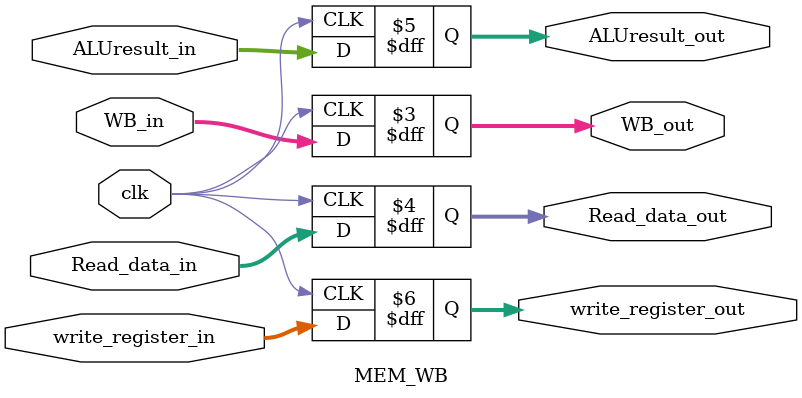
<source format=v>
module MEM_WB(
    input clk,
    input [1:0]WB_in,
    input [31:0]Read_data_in,
    input [31:0]ALUresult_in,
    input [4:0]write_register_in,

    output reg [1:0]WB_out,
    output reg [31:0]Read_data_out,
    output reg [31:0]ALUresult_out,
    output reg [4:0]write_register_out
);


initial begin
    WB_out = 2'b0;
    Read_data_out = 32'b0;
    ALUresult_out = 32'b0;
    write_register_out = 5'b0;
end

always @(posedge clk)begin
    WB_out = WB_in;
    Read_data_out = Read_data_in;
    ALUresult_out = ALUresult_in;
    write_register_out = write_register_in;
end


endmodule
</source>
